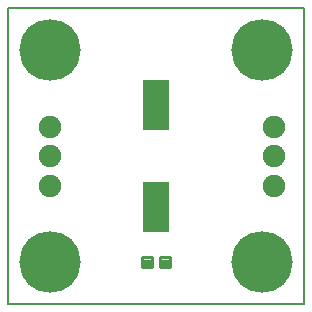
<source format=gts>
G75*
%MOIN*%
%OFA0B0*%
%FSLAX25Y25*%
%IPPOS*%
%LPD*%
%AMOC8*
5,1,8,0,0,1.08239X$1,22.5*
%
%ADD10C,0.00600*%
%ADD11R,0.08674X0.16942*%
%ADD12C,0.07493*%
%ADD13C,0.01075*%
%ADD14C,0.20485*%
D10*
X0019207Y0001600D02*
X0019207Y0100025D01*
X0117633Y0100025D01*
X0117633Y0001600D01*
X0019207Y0001600D01*
D11*
X0068420Y0033687D03*
X0068420Y0067939D03*
D12*
X0032987Y0060655D03*
X0032987Y0050813D03*
X0032987Y0040970D03*
X0107790Y0040970D03*
X0107790Y0050813D03*
X0107790Y0060655D03*
D13*
X0073033Y0013767D02*
X0069807Y0013767D01*
X0069807Y0016993D01*
X0073033Y0016993D01*
X0073033Y0013767D01*
X0073033Y0014841D02*
X0069807Y0014841D01*
X0069807Y0015915D02*
X0073033Y0015915D01*
X0073033Y0016989D02*
X0069807Y0016989D01*
X0067033Y0013767D02*
X0063807Y0013767D01*
X0063807Y0016993D01*
X0067033Y0016993D01*
X0067033Y0013767D01*
X0067033Y0014841D02*
X0063807Y0014841D01*
X0063807Y0015915D02*
X0067033Y0015915D01*
X0067033Y0016989D02*
X0063807Y0016989D01*
D14*
X0032987Y0015380D03*
X0103853Y0015380D03*
X0103853Y0086246D03*
X0032987Y0086246D03*
M02*

</source>
